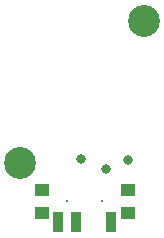
<source format=gts>
G04*
G04 #@! TF.GenerationSoftware,Altium Limited,Altium Designer,22.0.2 (36)*
G04*
G04 Layer_Color=8388736*
%FSLAX25Y25*%
%MOIN*%
G70*
G04*
G04 #@! TF.SameCoordinates,C39F9318-1882-4917-9D17-B6DD066E8D87*
G04*
G04*
G04 #@! TF.FilePolarity,Negative*
G04*
G01*
G75*
%ADD14R,0.03635X0.06784*%
%ADD15R,0.04816X0.04028*%
%ADD16C,0.00800*%
%ADD17C,0.10642*%
%ADD18C,0.03162*%
D14*
X30492Y-19677D02*
D03*
X12776D02*
D03*
X18681D02*
D03*
D15*
X7264Y-8988D02*
D03*
Y-16587D02*
D03*
X36004Y-8988D02*
D03*
Y-16587D02*
D03*
D16*
X15728Y-12787D02*
D03*
X27539D02*
D03*
D17*
X41339Y47244D02*
D03*
X0Y0D02*
D03*
D18*
X20376Y1226D02*
D03*
X28854Y-1904D02*
D03*
X36004Y1198D02*
D03*
M02*

</source>
